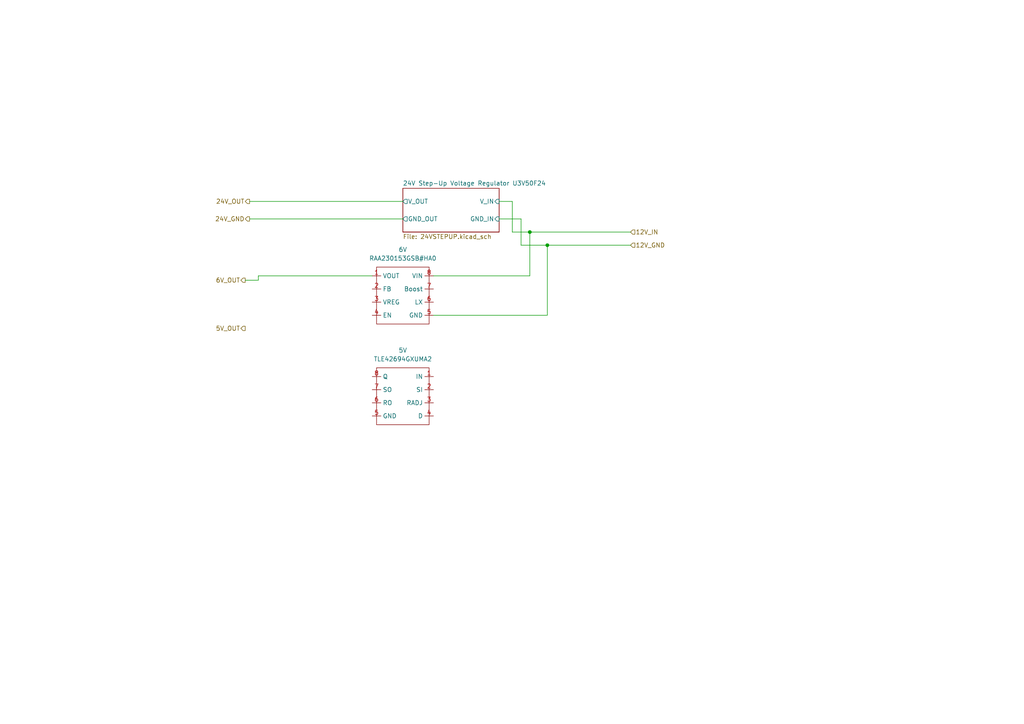
<source format=kicad_sch>
(kicad_sch (version 20211123) (generator eeschema)

  (uuid 6cd274ae-1329-430a-bad2-8209a1a076fc)

  (paper "A4")

  (lib_symbols
    (symbol "RAA230153GSBHA0:RAA230153GSB#HA0" (in_bom yes) (on_board yes)
      (property "Reference" "U" (id 0) (at 0 -10.16 0)
        (effects (font (size 1.27 1.27)))
      )
      (property "Value" "RAA230153GSB#HA0" (id 1) (at 0 8.89 0)
        (effects (font (size 1.27 1.27)))
      )
      (property "Footprint" "" (id 2) (at 2.54 -2.54 0)
        (effects (font (size 1.27 1.27)) hide)
      )
      (property "Datasheet" "" (id 3) (at 2.54 -2.54 0)
        (effects (font (size 1.27 1.27)) hide)
      )
      (symbol "RAA230153GSB#HA0_0_1"
        (rectangle (start -7.62 7.62) (end 7.62 -8.89)
          (stroke (width 0) (type default) (color 0 0 0 0))
          (fill (type none))
        )
      )
      (symbol "RAA230153GSB#HA0_1_1"
        (pin power_out line (at -8.89 5.08 0) (length 2.54)
          (name "VOUT" (effects (font (size 1.27 1.27))))
          (number "1" (effects (font (size 1.27 1.27))))
        )
        (pin input line (at -8.89 1.27 0) (length 2.54)
          (name "FB" (effects (font (size 1.27 1.27))))
          (number "2" (effects (font (size 1.27 1.27))))
        )
        (pin output line (at -8.89 -2.54 0) (length 2.54)
          (name "VREG" (effects (font (size 1.27 1.27))))
          (number "3" (effects (font (size 1.27 1.27))))
        )
        (pin input line (at -8.89 -6.35 0) (length 2.54)
          (name "EN" (effects (font (size 1.27 1.27))))
          (number "4" (effects (font (size 1.27 1.27))))
        )
        (pin input line (at 8.89 -6.35 180) (length 2.54)
          (name "GND" (effects (font (size 1.27 1.27))))
          (number "5" (effects (font (size 1.27 1.27))))
        )
        (pin output line (at 8.89 -2.54 180) (length 2.54)
          (name "LX" (effects (font (size 1.27 1.27))))
          (number "6" (effects (font (size 1.27 1.27))))
        )
        (pin input line (at 8.89 1.27 180) (length 2.54)
          (name "Boost" (effects (font (size 1.27 1.27))))
          (number "7" (effects (font (size 1.27 1.27))))
        )
        (pin input line (at 8.89 5.08 180) (length 2.54)
          (name "VIN" (effects (font (size 1.27 1.27))))
          (number "8" (effects (font (size 1.27 1.27))))
        )
      )
    )
    (symbol "TLE42694GXUMA2:TLE42694GXUMA2" (in_bom yes) (on_board yes)
      (property "Reference" "U" (id 0) (at 0 -10.16 0)
        (effects (font (size 1.27 1.27)))
      )
      (property "Value" "TLE42694GXUMA2" (id 1) (at 0 10.16 0)
        (effects (font (size 1.27 1.27)))
      )
      (property "Footprint" "" (id 2) (at 0 0 0)
        (effects (font (size 1.27 1.27)) hide)
      )
      (property "Datasheet" "" (id 3) (at 0 0 0)
        (effects (font (size 1.27 1.27)) hide)
      )
      (symbol "TLE42694GXUMA2_0_1"
        (rectangle (start -7.62 7.62) (end 7.62 -8.89)
          (stroke (width 0) (type default) (color 0 0 0 0))
          (fill (type none))
        )
      )
      (symbol "TLE42694GXUMA2_1_1"
        (pin input line (at -8.89 5.08 0) (length 2.54)
          (name "IN" (effects (font (size 1.27 1.27))))
          (number "1" (effects (font (size 1.27 1.27))))
        )
        (pin input line (at -8.89 1.27 0) (length 2.54)
          (name "SI" (effects (font (size 1.27 1.27))))
          (number "2" (effects (font (size 1.27 1.27))))
        )
        (pin input line (at -8.89 -2.54 0) (length 2.54)
          (name "RADJ" (effects (font (size 1.27 1.27))))
          (number "3" (effects (font (size 1.27 1.27))))
        )
        (pin input line (at -8.89 -6.35 0) (length 2.54)
          (name "D" (effects (font (size 1.27 1.27))))
          (number "4" (effects (font (size 1.27 1.27))))
        )
        (pin input line (at 8.89 -6.35 180) (length 2.54)
          (name "GND" (effects (font (size 1.27 1.27))))
          (number "5" (effects (font (size 1.27 1.27))))
        )
        (pin free line (at 8.89 -2.54 180) (length 2.54)
          (name "RO" (effects (font (size 1.27 1.27))))
          (number "6" (effects (font (size 1.27 1.27))))
        )
        (pin output line (at 8.89 1.27 180) (length 2.54)
          (name "SO" (effects (font (size 1.27 1.27))))
          (number "7" (effects (font (size 1.27 1.27))))
        )
        (pin output line (at 8.89 5.08 180) (length 2.54)
          (name "Q" (effects (font (size 1.27 1.27))))
          (number "8" (effects (font (size 1.27 1.27))))
        )
      )
    )
  )

  (junction (at 158.75 71.12) (diameter 0) (color 0 0 0 0)
    (uuid 3c2e9279-be7a-48b1-9896-46523b7cf622)
  )
  (junction (at 153.67 67.31) (diameter 0) (color 0 0 0 0)
    (uuid 49911edb-36ad-47f7-8026-8868486ef413)
  )

  (wire (pts (xy 153.67 67.31) (xy 182.88 67.31))
    (stroke (width 0) (type default) (color 0 0 0 0))
    (uuid 08a8e0ed-934b-4187-ae94-bd297b74a429)
  )
  (wire (pts (xy 148.59 58.42) (xy 144.78 58.42))
    (stroke (width 0) (type default) (color 0 0 0 0))
    (uuid 0939747e-7aca-4907-a2e2-1d40d3d10fd9)
  )
  (wire (pts (xy 74.93 80.01) (xy 74.93 81.28))
    (stroke (width 0) (type default) (color 0 0 0 0))
    (uuid 263d90a5-13aa-4f5b-8163-0dcdc57ad9d6)
  )
  (wire (pts (xy 125.73 91.44) (xy 158.75 91.44))
    (stroke (width 0) (type default) (color 0 0 0 0))
    (uuid 2d82089a-6bc2-4afa-a27d-7793020bd7ed)
  )
  (wire (pts (xy 107.95 80.01) (xy 74.93 80.01))
    (stroke (width 0) (type default) (color 0 0 0 0))
    (uuid 3c3b3697-d10a-4015-aa79-806eef58a3ed)
  )
  (wire (pts (xy 153.67 80.01) (xy 125.73 80.01))
    (stroke (width 0) (type default) (color 0 0 0 0))
    (uuid 3dc22007-714c-4146-8d57-75a82e804b3a)
  )
  (wire (pts (xy 153.67 67.31) (xy 153.67 80.01))
    (stroke (width 0) (type default) (color 0 0 0 0))
    (uuid 3e190ab4-1341-4cca-8d27-ff85748f8ee2)
  )
  (wire (pts (xy 144.78 63.5) (xy 151.13 63.5))
    (stroke (width 0) (type default) (color 0 0 0 0))
    (uuid 3fa5f2c5-7a3a-462b-a865-97042d62b34f)
  )
  (wire (pts (xy 151.13 63.5) (xy 151.13 71.12))
    (stroke (width 0) (type default) (color 0 0 0 0))
    (uuid 620374db-04c5-472e-a547-6aeaa37af02a)
  )
  (wire (pts (xy 153.67 67.31) (xy 148.59 67.31))
    (stroke (width 0) (type default) (color 0 0 0 0))
    (uuid 65f3518d-83eb-45d8-865c-35626677b8a8)
  )
  (wire (pts (xy 151.13 71.12) (xy 158.75 71.12))
    (stroke (width 0) (type default) (color 0 0 0 0))
    (uuid 7765b35b-eedb-4a94-bc65-8d836f28ca13)
  )
  (wire (pts (xy 158.75 91.44) (xy 158.75 71.12))
    (stroke (width 0) (type default) (color 0 0 0 0))
    (uuid 852bdf84-d862-45a9-bd38-192600654e06)
  )
  (wire (pts (xy 158.75 71.12) (xy 182.88 71.12))
    (stroke (width 0) (type default) (color 0 0 0 0))
    (uuid 8a265cae-90cf-4e12-87a7-7929b311c96e)
  )
  (wire (pts (xy 72.39 63.5) (xy 116.84 63.5))
    (stroke (width 0) (type default) (color 0 0 0 0))
    (uuid ba228379-2053-4d87-9bbc-5ac8bc687c34)
  )
  (wire (pts (xy 148.59 67.31) (xy 148.59 58.42))
    (stroke (width 0) (type default) (color 0 0 0 0))
    (uuid cb65bc36-b9aa-4c83-a210-b58eb4605ca0)
  )
  (wire (pts (xy 74.93 81.28) (xy 71.12 81.28))
    (stroke (width 0) (type default) (color 0 0 0 0))
    (uuid d2daed71-2255-4ce1-8a6f-9cbcf9926cc0)
  )
  (wire (pts (xy 72.39 58.42) (xy 116.84 58.42))
    (stroke (width 0) (type default) (color 0 0 0 0))
    (uuid d98aaf72-04d1-401c-862f-8340b0636336)
  )

  (hierarchical_label "12V_IN" (shape input) (at 182.88 67.31 0)
    (effects (font (size 1.27 1.27)) (justify left))
    (uuid 13e30d9e-b87f-46ec-b90f-332638a2fddf)
  )
  (hierarchical_label "12V_GND" (shape input) (at 182.88 71.12 0)
    (effects (font (size 1.27 1.27)) (justify left))
    (uuid 4b428edc-4129-4356-82c5-fb8d6df86a2c)
  )
  (hierarchical_label "6V_OUT" (shape output) (at 71.12 81.28 180)
    (effects (font (size 1.27 1.27)) (justify right))
    (uuid 692997b8-785b-47ac-b111-851e545684f9)
  )
  (hierarchical_label "24V_GND" (shape output) (at 72.39 63.5 180)
    (effects (font (size 1.27 1.27)) (justify right))
    (uuid 74d804ab-66f5-4d02-bff7-dbee3858cff7)
  )
  (hierarchical_label "24V_OUT" (shape output) (at 72.39 58.42 180)
    (effects (font (size 1.27 1.27)) (justify right))
    (uuid d821a522-893a-4b89-a434-e5418b7fe3fa)
  )
  (hierarchical_label "5V_OUT" (shape output) (at 71.12 95.25 180)
    (effects (font (size 1.27 1.27)) (justify right))
    (uuid e067a60a-6304-4535-aca3-06c0bbcbbfb6)
  )

  (symbol (lib_id "TLE42694GXUMA2:TLE42694GXUMA2") (at 116.84 114.3 0) (mirror y) (unit 1)
    (in_bom yes) (on_board yes) (fields_autoplaced)
    (uuid 61628f98-4c54-4d31-a20a-0094c7a85563)
    (property "Reference" "5V" (id 0) (at 116.84 101.6 0))
    (property "Value" "TLE42694GXUMA2" (id 1) (at 116.84 104.14 0))
    (property "Footprint" "" (id 2) (at 116.84 114.3 0)
      (effects (font (size 1.27 1.27)) hide)
    )
    (property "Datasheet" "" (id 3) (at 116.84 114.3 0)
      (effects (font (size 1.27 1.27)) hide)
    )
    (pin "1" (uuid 51a09db4-e71a-47de-80d6-3154510f0b47))
    (pin "2" (uuid 6eebfa7d-c76c-47e9-80a4-4864d5c8caa5))
    (pin "3" (uuid 081df3be-b0c0-48cc-af93-3799a732b796))
    (pin "4" (uuid 764318e1-2f21-421c-88fc-714beed914c1))
    (pin "5" (uuid 4f9d3dc9-fa0a-454d-9733-f41c5d142245))
    (pin "6" (uuid 78dbe07e-1034-4b77-84b3-5e28c4ced877))
    (pin "7" (uuid 1850f70d-0ec0-4ce9-b0d9-200c144cab55))
    (pin "8" (uuid 3959e9c6-a7a0-45a4-a741-3b0b685ca148))
  )

  (symbol (lib_id "RAA230153GSBHA0:RAA230153GSB#HA0") (at 116.84 85.09 0) (unit 1)
    (in_bom yes) (on_board yes) (fields_autoplaced)
    (uuid da53deca-db83-44d1-8e1b-b6e8fc9ca1be)
    (property "Reference" "6V" (id 0) (at 116.84 72.39 0))
    (property "Value" "RAA230153GSB#HA0" (id 1) (at 116.84 74.93 0))
    (property "Footprint" "" (id 2) (at 119.38 87.63 0)
      (effects (font (size 1.27 1.27)) hide)
    )
    (property "Datasheet" "" (id 3) (at 119.38 87.63 0)
      (effects (font (size 1.27 1.27)) hide)
    )
    (pin "1" (uuid a213a2ee-9fe7-4e26-8a88-a3f9af013a01))
    (pin "2" (uuid 81bb1630-f261-4e6c-82e2-c689d0accbfa))
    (pin "3" (uuid 89875854-b507-4027-a35b-9ce2a6ecd04b))
    (pin "4" (uuid 0d2839af-14cd-4d15-b7ce-f8e23f64b5a5))
    (pin "5" (uuid 74273b1b-ce03-406c-b4b0-8a5c7e01e5f5))
    (pin "6" (uuid de9c3cce-2939-4682-829b-deb4cadd8bf6))
    (pin "7" (uuid 1ec8f491-2ad2-4797-b81f-14a0f5442744))
    (pin "8" (uuid 821fb845-57d3-4a61-b366-3d1b8f72e697))
  )

  (sheet (at 116.84 54.61) (size 27.94 12.7) (fields_autoplaced)
    (stroke (width 0.1524) (type solid) (color 0 0 0 0))
    (fill (color 0 0 0 0.0000))
    (uuid a8b23035-5c1f-4e59-b87f-a42e4aa15a76)
    (property "Sheet name" "24V Step-Up Voltage Regulator U3V50F24" (id 0) (at 116.84 53.8984 0)
      (effects (font (size 1.27 1.27)) (justify left bottom))
    )
    (property "Sheet file" "24VSTEPUP.kicad_sch" (id 1) (at 116.84 67.8946 0)
      (effects (font (size 1.27 1.27)) (justify left top))
    )
    (pin "V_IN" input (at 144.78 58.42 0)
      (effects (font (size 1.27 1.27)) (justify right))
      (uuid 6a31514b-5c94-4e76-8612-aa8f6f3324f9)
    )
    (pin "GND_IN" input (at 144.78 63.5 0)
      (effects (font (size 1.27 1.27)) (justify right))
      (uuid aa957ff5-42da-4c88-a7b8-a54f2f0d1425)
    )
    (pin "V_OUT" output (at 116.84 58.42 180)
      (effects (font (size 1.27 1.27)) (justify left))
      (uuid 744abb09-fbb4-401f-a669-bfce3276a0e8)
    )
    (pin "GND_OUT" output (at 116.84 63.5 180)
      (effects (font (size 1.27 1.27)) (justify left))
      (uuid 4fa9cf42-7bff-48b3-9119-d0a03b536c45)
    )
  )

  (sheet_instances
    (path "/" (page "1"))
    (path "/a8b23035-5c1f-4e59-b87f-a42e4aa15a76" (page "2"))
  )

  (symbol_instances
    (path "/a8b23035-5c1f-4e59-b87f-a42e4aa15a76/461c34f2-f05e-402d-91a6-c012ecb09963"
      (reference "V?") (unit 1) (value "U3V50F24_BB") (footprint "")
    )
  )
)

</source>
